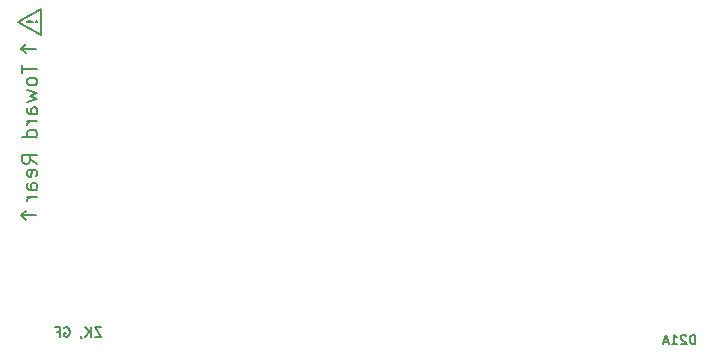
<source format=gbo>
G04 #@! TF.GenerationSoftware,KiCad,Pcbnew,7.0.1-0*
G04 #@! TF.CreationDate,2023-11-03T04:24:23-04:00*
G04 #@! TF.ProjectId,RAM2GS,52414d32-4753-42e6-9b69-6361645f7063,2.1*
G04 #@! TF.SameCoordinates,Original*
G04 #@! TF.FileFunction,Legend,Bot*
G04 #@! TF.FilePolarity,Positive*
%FSLAX46Y46*%
G04 Gerber Fmt 4.6, Leading zero omitted, Abs format (unit mm)*
G04 Created by KiCad (PCBNEW 7.0.1-0) date 2023-11-03 04:24:23*
%MOMM*%
%LPD*%
G01*
G04 APERTURE LIST*
G04 Aperture macros list*
%AMRoundRect*
0 Rectangle with rounded corners*
0 $1 Rounding radius*
0 $2 $3 $4 $5 $6 $7 $8 $9 X,Y pos of 4 corners*
0 Add a 4 corners polygon primitive as box body*
4,1,4,$2,$3,$4,$5,$6,$7,$8,$9,$2,$3,0*
0 Add four circle primitives for the rounded corners*
1,1,$1+$1,$2,$3*
1,1,$1+$1,$4,$5*
1,1,$1+$1,$6,$7*
1,1,$1+$1,$8,$9*
0 Add four rect primitives between the rounded corners*
20,1,$1+$1,$2,$3,$4,$5,0*
20,1,$1+$1,$4,$5,$6,$7,0*
20,1,$1+$1,$6,$7,$8,$9,0*
20,1,$1+$1,$8,$9,$2,$3,0*%
G04 Aperture macros list end*
%ADD10C,0.200000*%
%ADD11C,0.203200*%
%ADD12C,0.190500*%
%ADD13C,0.000000*%
%ADD14C,2.152400*%
%ADD15C,2.527300*%
%ADD16C,1.143000*%
%ADD17C,1.448000*%
%ADD18RoundRect,0.457200X-0.381000X-3.289000X0.381000X-3.289000X0.381000X3.289000X-0.381000X3.289000X0*%
G04 APERTURE END LIST*
D10*
X48895000Y-119634000D02*
X47625000Y-119634000D01*
X47625000Y-119634000D02*
X48006000Y-120015000D01*
X47625000Y-119634000D02*
X48006000Y-119253000D01*
X47625000Y-105537000D02*
X48006000Y-105918000D01*
X47625000Y-105537000D02*
X48006000Y-105156000D01*
X48895000Y-105537000D02*
X47625000Y-105537000D01*
X49276000Y-102171500D02*
X49276000Y-104330500D01*
X49276000Y-104330500D02*
X47371000Y-103251000D01*
X47371000Y-103251000D02*
X49276000Y-102171500D01*
X47704526Y-106873524D02*
X47704526Y-107599238D01*
X48974526Y-107236381D02*
X47704526Y-107236381D01*
X48974526Y-108204000D02*
X48914050Y-108083048D01*
X48914050Y-108083048D02*
X48853573Y-108022571D01*
X48853573Y-108022571D02*
X48732621Y-107962095D01*
X48732621Y-107962095D02*
X48369764Y-107962095D01*
X48369764Y-107962095D02*
X48248811Y-108022571D01*
X48248811Y-108022571D02*
X48188335Y-108083048D01*
X48188335Y-108083048D02*
X48127859Y-108204000D01*
X48127859Y-108204000D02*
X48127859Y-108385429D01*
X48127859Y-108385429D02*
X48188335Y-108506381D01*
X48188335Y-108506381D02*
X48248811Y-108566857D01*
X48248811Y-108566857D02*
X48369764Y-108627333D01*
X48369764Y-108627333D02*
X48732621Y-108627333D01*
X48732621Y-108627333D02*
X48853573Y-108566857D01*
X48853573Y-108566857D02*
X48914050Y-108506381D01*
X48914050Y-108506381D02*
X48974526Y-108385429D01*
X48974526Y-108385429D02*
X48974526Y-108204000D01*
X48127859Y-109050667D02*
X48974526Y-109292572D01*
X48974526Y-109292572D02*
X48369764Y-109534477D01*
X48369764Y-109534477D02*
X48974526Y-109776381D01*
X48974526Y-109776381D02*
X48127859Y-110018286D01*
X48974526Y-111046381D02*
X48309288Y-111046381D01*
X48309288Y-111046381D02*
X48188335Y-110985905D01*
X48188335Y-110985905D02*
X48127859Y-110864953D01*
X48127859Y-110864953D02*
X48127859Y-110623048D01*
X48127859Y-110623048D02*
X48188335Y-110502095D01*
X48914050Y-111046381D02*
X48974526Y-110925429D01*
X48974526Y-110925429D02*
X48974526Y-110623048D01*
X48974526Y-110623048D02*
X48914050Y-110502095D01*
X48914050Y-110502095D02*
X48793097Y-110441619D01*
X48793097Y-110441619D02*
X48672145Y-110441619D01*
X48672145Y-110441619D02*
X48551192Y-110502095D01*
X48551192Y-110502095D02*
X48490716Y-110623048D01*
X48490716Y-110623048D02*
X48490716Y-110925429D01*
X48490716Y-110925429D02*
X48430240Y-111046381D01*
X48974526Y-111651143D02*
X48127859Y-111651143D01*
X48369764Y-111651143D02*
X48248811Y-111711620D01*
X48248811Y-111711620D02*
X48188335Y-111772096D01*
X48188335Y-111772096D02*
X48127859Y-111893048D01*
X48127859Y-111893048D02*
X48127859Y-112014001D01*
X48974526Y-112981619D02*
X47704526Y-112981619D01*
X48914050Y-112981619D02*
X48974526Y-112860667D01*
X48974526Y-112860667D02*
X48974526Y-112618762D01*
X48974526Y-112618762D02*
X48914050Y-112497810D01*
X48914050Y-112497810D02*
X48853573Y-112437333D01*
X48853573Y-112437333D02*
X48732621Y-112376857D01*
X48732621Y-112376857D02*
X48369764Y-112376857D01*
X48369764Y-112376857D02*
X48248811Y-112437333D01*
X48248811Y-112437333D02*
X48188335Y-112497810D01*
X48188335Y-112497810D02*
X48127859Y-112618762D01*
X48127859Y-112618762D02*
X48127859Y-112860667D01*
X48127859Y-112860667D02*
X48188335Y-112981619D01*
X48974526Y-115279715D02*
X48369764Y-114856381D01*
X48974526Y-114554000D02*
X47704526Y-114554000D01*
X47704526Y-114554000D02*
X47704526Y-115037810D01*
X47704526Y-115037810D02*
X47765002Y-115158762D01*
X47765002Y-115158762D02*
X47825478Y-115219239D01*
X47825478Y-115219239D02*
X47946430Y-115279715D01*
X47946430Y-115279715D02*
X48127859Y-115279715D01*
X48127859Y-115279715D02*
X48248811Y-115219239D01*
X48248811Y-115219239D02*
X48309288Y-115158762D01*
X48309288Y-115158762D02*
X48369764Y-115037810D01*
X48369764Y-115037810D02*
X48369764Y-114554000D01*
X48914050Y-116307810D02*
X48974526Y-116186858D01*
X48974526Y-116186858D02*
X48974526Y-115944953D01*
X48974526Y-115944953D02*
X48914050Y-115824000D01*
X48914050Y-115824000D02*
X48793097Y-115763524D01*
X48793097Y-115763524D02*
X48309288Y-115763524D01*
X48309288Y-115763524D02*
X48188335Y-115824000D01*
X48188335Y-115824000D02*
X48127859Y-115944953D01*
X48127859Y-115944953D02*
X48127859Y-116186858D01*
X48127859Y-116186858D02*
X48188335Y-116307810D01*
X48188335Y-116307810D02*
X48309288Y-116368286D01*
X48309288Y-116368286D02*
X48430240Y-116368286D01*
X48430240Y-116368286D02*
X48551192Y-115763524D01*
X48974526Y-117456857D02*
X48309288Y-117456857D01*
X48309288Y-117456857D02*
X48188335Y-117396381D01*
X48188335Y-117396381D02*
X48127859Y-117275429D01*
X48127859Y-117275429D02*
X48127859Y-117033524D01*
X48127859Y-117033524D02*
X48188335Y-116912571D01*
X48914050Y-117456857D02*
X48974526Y-117335905D01*
X48974526Y-117335905D02*
X48974526Y-117033524D01*
X48974526Y-117033524D02*
X48914050Y-116912571D01*
X48914050Y-116912571D02*
X48793097Y-116852095D01*
X48793097Y-116852095D02*
X48672145Y-116852095D01*
X48672145Y-116852095D02*
X48551192Y-116912571D01*
X48551192Y-116912571D02*
X48490716Y-117033524D01*
X48490716Y-117033524D02*
X48490716Y-117335905D01*
X48490716Y-117335905D02*
X48430240Y-117456857D01*
X48974526Y-118061619D02*
X48127859Y-118061619D01*
X48369764Y-118061619D02*
X48248811Y-118122096D01*
X48248811Y-118122096D02*
X48188335Y-118182572D01*
X48188335Y-118182572D02*
X48127859Y-118303524D01*
X48127859Y-118303524D02*
X48127859Y-118424477D01*
D11*
X104713314Y-130551016D02*
X104713314Y-129738216D01*
X104713314Y-129738216D02*
X104519790Y-129738216D01*
X104519790Y-129738216D02*
X104403676Y-129776921D01*
X104403676Y-129776921D02*
X104326266Y-129854331D01*
X104326266Y-129854331D02*
X104287561Y-129931740D01*
X104287561Y-129931740D02*
X104248857Y-130086559D01*
X104248857Y-130086559D02*
X104248857Y-130202673D01*
X104248857Y-130202673D02*
X104287561Y-130357492D01*
X104287561Y-130357492D02*
X104326266Y-130434902D01*
X104326266Y-130434902D02*
X104403676Y-130512312D01*
X104403676Y-130512312D02*
X104519790Y-130551016D01*
X104519790Y-130551016D02*
X104713314Y-130551016D01*
X103939218Y-129815626D02*
X103900514Y-129776921D01*
X103900514Y-129776921D02*
X103823104Y-129738216D01*
X103823104Y-129738216D02*
X103629580Y-129738216D01*
X103629580Y-129738216D02*
X103552171Y-129776921D01*
X103552171Y-129776921D02*
X103513466Y-129815626D01*
X103513466Y-129815626D02*
X103474761Y-129893035D01*
X103474761Y-129893035D02*
X103474761Y-129970445D01*
X103474761Y-129970445D02*
X103513466Y-130086559D01*
X103513466Y-130086559D02*
X103977923Y-130551016D01*
X103977923Y-130551016D02*
X103474761Y-130551016D01*
X102700666Y-130551016D02*
X103165123Y-130551016D01*
X102932895Y-130551016D02*
X102932895Y-129738216D01*
X102932895Y-129738216D02*
X103010304Y-129854331D01*
X103010304Y-129854331D02*
X103087714Y-129931740D01*
X103087714Y-129931740D02*
X103165123Y-129970445D01*
X102391028Y-130318788D02*
X102003981Y-130318788D01*
X102468438Y-130551016D02*
X102197505Y-129738216D01*
X102197505Y-129738216D02*
X101926571Y-130551016D01*
D12*
X48876107Y-103250999D02*
X48914812Y-103289704D01*
X48914812Y-103289704D02*
X48953516Y-103250999D01*
X48953516Y-103250999D02*
X48914812Y-103212295D01*
X48914812Y-103212295D02*
X48876107Y-103250999D01*
X48876107Y-103250999D02*
X48953516Y-103250999D01*
X48643878Y-103250999D02*
X48179421Y-103212295D01*
X48179421Y-103212295D02*
X48140716Y-103250999D01*
X48140716Y-103250999D02*
X48179421Y-103289704D01*
X48179421Y-103289704D02*
X48643878Y-103250999D01*
X48643878Y-103250999D02*
X48140716Y-103250999D01*
D11*
X54386237Y-129103216D02*
X53844371Y-129103216D01*
X53844371Y-129103216D02*
X54386237Y-129916016D01*
X54386237Y-129916016D02*
X53844371Y-129916016D01*
X53534733Y-129916016D02*
X53534733Y-129103216D01*
X53070276Y-129916016D02*
X53418618Y-129451559D01*
X53070276Y-129103216D02*
X53534733Y-129567673D01*
X52683228Y-129877312D02*
X52683228Y-129916016D01*
X52683228Y-129916016D02*
X52721933Y-129993426D01*
X52721933Y-129993426D02*
X52760637Y-130032131D01*
X51289856Y-129141921D02*
X51367266Y-129103216D01*
X51367266Y-129103216D02*
X51483380Y-129103216D01*
X51483380Y-129103216D02*
X51599494Y-129141921D01*
X51599494Y-129141921D02*
X51676904Y-129219331D01*
X51676904Y-129219331D02*
X51715609Y-129296740D01*
X51715609Y-129296740D02*
X51754313Y-129451559D01*
X51754313Y-129451559D02*
X51754313Y-129567673D01*
X51754313Y-129567673D02*
X51715609Y-129722492D01*
X51715609Y-129722492D02*
X51676904Y-129799902D01*
X51676904Y-129799902D02*
X51599494Y-129877312D01*
X51599494Y-129877312D02*
X51483380Y-129916016D01*
X51483380Y-129916016D02*
X51405971Y-129916016D01*
X51405971Y-129916016D02*
X51289856Y-129877312D01*
X51289856Y-129877312D02*
X51251152Y-129838607D01*
X51251152Y-129838607D02*
X51251152Y-129567673D01*
X51251152Y-129567673D02*
X51405971Y-129567673D01*
X50631875Y-129490264D02*
X50902809Y-129490264D01*
X50902809Y-129916016D02*
X50902809Y-129103216D01*
X50902809Y-129103216D02*
X50515761Y-129103216D01*
%LPC*%
D13*
G36*
X113538000Y-139446000D02*
G01*
X113030000Y-139954000D01*
X55626000Y-139954000D01*
X55118000Y-139446000D01*
X55118000Y-132080000D01*
X113538000Y-132080000D01*
X113538000Y-139446000D01*
G37*
D14*
X110998000Y-130175000D03*
D15*
X102575974Y-96924872D03*
D16*
X100779923Y-98720923D03*
D15*
X98983872Y-100516974D03*
X106617090Y-100965987D03*
X103024987Y-104558090D03*
D16*
X106886497Y-103390656D03*
X105449656Y-104827497D03*
D17*
X48514000Y-93726000D03*
X102870000Y-93726000D03*
X48514000Y-129540000D03*
X111506000Y-115189000D03*
D18*
X110998000Y-135282000D03*
X108458000Y-135282000D03*
X105918000Y-135282000D03*
X103378000Y-135282000D03*
X100838000Y-135282000D03*
X98298000Y-135282000D03*
X95758000Y-135282000D03*
X93218000Y-135282000D03*
X90678000Y-135282000D03*
X88138000Y-135282000D03*
X85598000Y-135282000D03*
X83058000Y-135282000D03*
X80518000Y-135282000D03*
X77978000Y-135282000D03*
X75438000Y-135282000D03*
X72898000Y-135282000D03*
X70358000Y-135282000D03*
X67818000Y-135282000D03*
X65278000Y-135282000D03*
X62738000Y-135282000D03*
X60198000Y-135282000D03*
X57658000Y-135282000D03*
M02*

</source>
